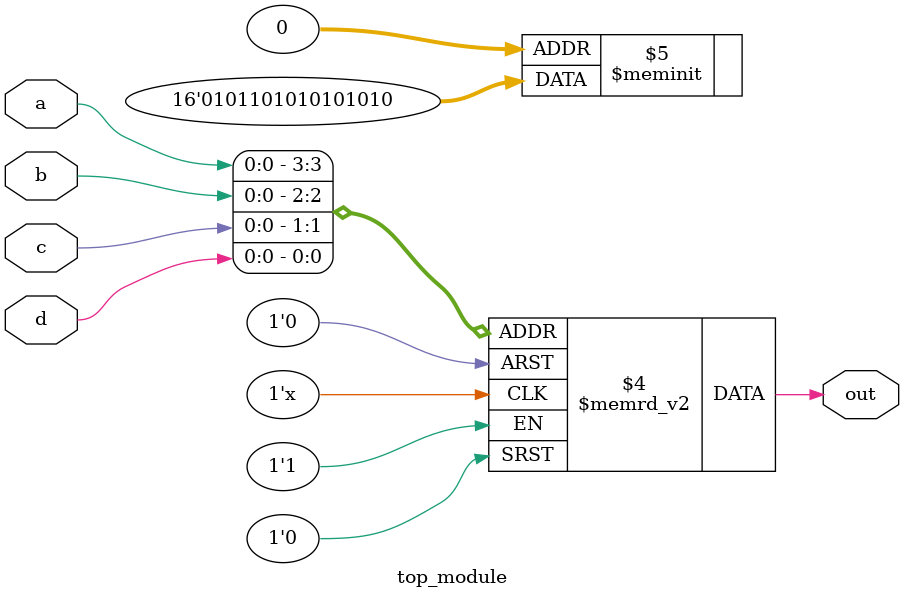
<source format=sv>
module top_module (
    input a, 
    input b,
    input c,
    input d,
    output reg out
);

    always @(a, b, c, d) begin
        case({a,b,c,d})
            4'b0000: out = 1'b0;
            4'b0001: out = 1'b1;
            4'b0010: out = 1'b0;
            4'b0011: out = 1'b1;
            4'b0100: out = 1'b0;
            4'b0101: out = 1'b1;
            4'b0110: out = 1'b0;
            4'b0111: out = 1'b1;
            4'b1000: out = 1'b0; 
            4'b1001: out = 1'b1;
            4'b1010: out = 1'b0;
            4'b1011: out = 1'b1;
            4'b1100: out = 1'b1;
            4'b1101: out = 1'b0;
            4'b1110: out = 1'b1;
            4'b1111: out = 1'b0;
            default: out = 1'b0; // Assign a default value for any undefined input combination
        endcase
    end

endmodule

</source>
